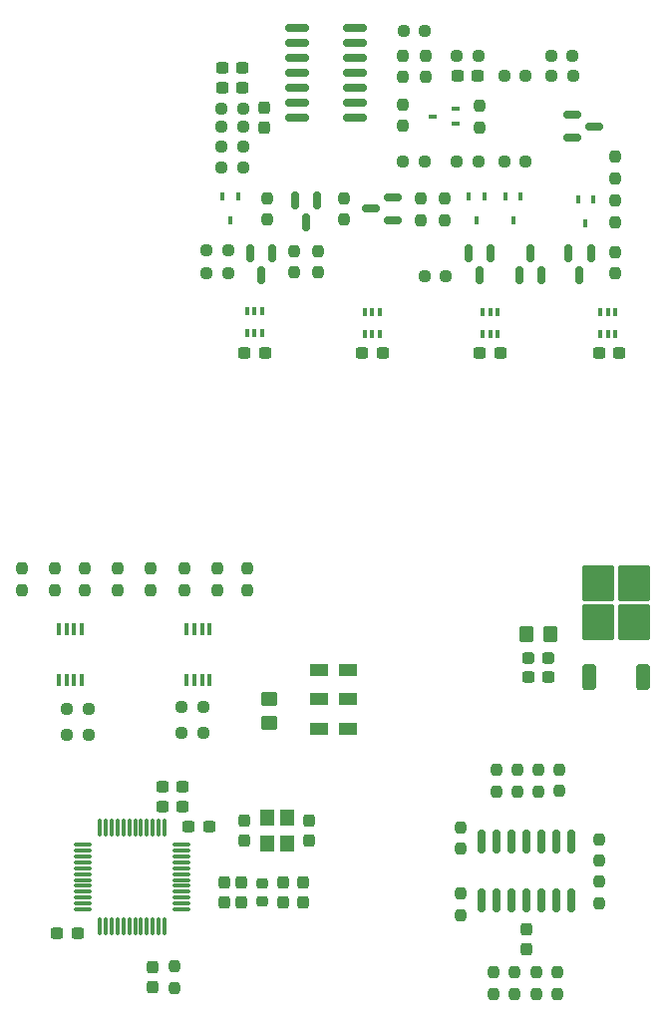
<source format=gbr>
%TF.GenerationSoftware,KiCad,Pcbnew,7.0.9*%
%TF.CreationDate,2024-06-29T17:01:07+12:00*%
%TF.ProjectId,ADSR Envelope,41445352-2045-46e7-9665-6c6f70652e6b,rev?*%
%TF.SameCoordinates,Original*%
%TF.FileFunction,Paste,Bot*%
%TF.FilePolarity,Positive*%
%FSLAX46Y46*%
G04 Gerber Fmt 4.6, Leading zero omitted, Abs format (unit mm)*
G04 Created by KiCad (PCBNEW 7.0.9) date 2024-06-29 17:01:07*
%MOMM*%
%LPD*%
G01*
G04 APERTURE LIST*
G04 Aperture macros list*
%AMRoundRect*
0 Rectangle with rounded corners*
0 $1 Rounding radius*
0 $2 $3 $4 $5 $6 $7 $8 $9 X,Y pos of 4 corners*
0 Add a 4 corners polygon primitive as box body*
4,1,4,$2,$3,$4,$5,$6,$7,$8,$9,$2,$3,0*
0 Add four circle primitives for the rounded corners*
1,1,$1+$1,$2,$3*
1,1,$1+$1,$4,$5*
1,1,$1+$1,$6,$7*
1,1,$1+$1,$8,$9*
0 Add four rect primitives between the rounded corners*
20,1,$1+$1,$2,$3,$4,$5,0*
20,1,$1+$1,$4,$5,$6,$7,0*
20,1,$1+$1,$6,$7,$8,$9,0*
20,1,$1+$1,$8,$9,$2,$3,0*%
G04 Aperture macros list end*
%ADD10R,1.600000X1.000000*%
%ADD11RoundRect,0.237500X0.237500X-0.250000X0.237500X0.250000X-0.237500X0.250000X-0.237500X-0.250000X0*%
%ADD12RoundRect,0.237500X0.250000X0.237500X-0.250000X0.237500X-0.250000X-0.237500X0.250000X-0.237500X0*%
%ADD13R,0.450000X0.700000*%
%ADD14RoundRect,0.237500X0.237500X-0.300000X0.237500X0.300000X-0.237500X0.300000X-0.237500X-0.300000X0*%
%ADD15R,0.400000X0.650000*%
%ADD16RoundRect,0.150000X0.587500X0.150000X-0.587500X0.150000X-0.587500X-0.150000X0.587500X-0.150000X0*%
%ADD17RoundRect,0.237500X-0.300000X-0.237500X0.300000X-0.237500X0.300000X0.237500X-0.300000X0.237500X0*%
%ADD18RoundRect,0.150000X0.150000X-0.587500X0.150000X0.587500X-0.150000X0.587500X-0.150000X-0.587500X0*%
%ADD19RoundRect,0.237500X-0.237500X0.250000X-0.237500X-0.250000X0.237500X-0.250000X0.237500X0.250000X0*%
%ADD20RoundRect,0.237500X-0.237500X0.300000X-0.237500X-0.300000X0.237500X-0.300000X0.237500X0.300000X0*%
%ADD21RoundRect,0.250000X0.350000X0.450000X-0.350000X0.450000X-0.350000X-0.450000X0.350000X-0.450000X0*%
%ADD22R,0.700000X0.450000*%
%ADD23R,0.400000X1.100000*%
%ADD24RoundRect,0.250000X-0.450000X0.350000X-0.450000X-0.350000X0.450000X-0.350000X0.450000X0.350000X0*%
%ADD25RoundRect,0.237500X-0.287500X-0.237500X0.287500X-0.237500X0.287500X0.237500X-0.287500X0.237500X0*%
%ADD26RoundRect,0.075000X0.662500X0.075000X-0.662500X0.075000X-0.662500X-0.075000X0.662500X-0.075000X0*%
%ADD27RoundRect,0.075000X0.075000X0.662500X-0.075000X0.662500X-0.075000X-0.662500X0.075000X-0.662500X0*%
%ADD28R,1.200000X1.400000*%
%ADD29RoundRect,0.150000X-0.150000X0.587500X-0.150000X-0.587500X0.150000X-0.587500X0.150000X0.587500X0*%
%ADD30RoundRect,0.237500X-0.250000X-0.237500X0.250000X-0.237500X0.250000X0.237500X-0.250000X0.237500X0*%
%ADD31RoundRect,0.218750X0.256250X-0.218750X0.256250X0.218750X-0.256250X0.218750X-0.256250X-0.218750X0*%
%ADD32RoundRect,0.237500X0.300000X0.237500X-0.300000X0.237500X-0.300000X-0.237500X0.300000X-0.237500X0*%
%ADD33RoundRect,0.150000X-0.587500X-0.150000X0.587500X-0.150000X0.587500X0.150000X-0.587500X0.150000X0*%
%ADD34RoundRect,0.150000X0.825000X0.150000X-0.825000X0.150000X-0.825000X-0.150000X0.825000X-0.150000X0*%
%ADD35RoundRect,0.250000X0.350000X-0.850000X0.350000X0.850000X-0.350000X0.850000X-0.350000X-0.850000X0*%
%ADD36RoundRect,0.250000X1.125000X-1.275000X1.125000X1.275000X-1.125000X1.275000X-1.125000X-1.275000X0*%
%ADD37RoundRect,0.150000X-0.150000X0.825000X-0.150000X-0.825000X0.150000X-0.825000X0.150000X0.825000X0*%
%ADD38RoundRect,0.237500X0.237500X-0.287500X0.237500X0.287500X-0.237500X0.287500X-0.237500X-0.287500X0*%
G04 APERTURE END LIST*
D10*
%TO.C,SW2*%
X136900000Y-104900000D03*
X136900000Y-107400000D03*
X136900000Y-109900000D03*
X139300000Y-104900000D03*
X139300000Y-107400000D03*
X139300000Y-109900000D03*
%TD*%
D11*
%TO.C,R34*%
X153700000Y-115225000D03*
X153700000Y-113400000D03*
%TD*%
D12*
%TO.C,R14*%
X129162500Y-69250000D03*
X127337500Y-69250000D03*
%TD*%
D13*
%TO.C,D2*%
X128700000Y-64750000D03*
X130000000Y-64750000D03*
X129350000Y-66750000D03*
%TD*%
D11*
%TO.C,R49*%
X111600000Y-98112500D03*
X111600000Y-96287500D03*
%TD*%
D13*
%TO.C,D4*%
X152700000Y-64750000D03*
X154000000Y-64750000D03*
X153350000Y-66750000D03*
%TD*%
D11*
%TO.C,R48*%
X114400000Y-98112500D03*
X114400000Y-96287500D03*
%TD*%
D14*
%TO.C,C14*%
X135550000Y-124662500D03*
X135550000Y-122937500D03*
%TD*%
D12*
%TO.C,R45*%
X117312500Y-108200000D03*
X115487500Y-108200000D03*
%TD*%
%TO.C,R28*%
X130412500Y-62250000D03*
X128587500Y-62250000D03*
%TD*%
D15*
%TO.C,U6*%
X132050000Y-76350000D03*
X131400000Y-76350000D03*
X130750000Y-76350000D03*
X130750000Y-74450000D03*
X131400000Y-74450000D03*
X132050000Y-74450000D03*
%TD*%
D11*
%TO.C,R6*%
X150500000Y-58832500D03*
X150500000Y-57007500D03*
%TD*%
D16*
%TO.C,Q4*%
X143125000Y-64800000D03*
X143125000Y-66700000D03*
X141250000Y-65750000D03*
%TD*%
D11*
%TO.C,R54*%
X125400000Y-98112500D03*
X125400000Y-96287500D03*
%TD*%
D17*
%TO.C,C12*%
X160637500Y-78000000D03*
X162362500Y-78000000D03*
%TD*%
D18*
%TO.C,Q7*%
X155750000Y-71437500D03*
X153850000Y-71437500D03*
X154800000Y-69562500D03*
%TD*%
D17*
%TO.C,C19*%
X140537500Y-78000000D03*
X142262500Y-78000000D03*
%TD*%
D19*
%TO.C,R33*%
X160700000Y-119287500D03*
X160700000Y-121112500D03*
%TD*%
D14*
%TO.C,C9*%
X130300000Y-124662500D03*
X130300000Y-122937500D03*
%TD*%
D15*
%TO.C,U7*%
X142050000Y-76400000D03*
X141400000Y-76400000D03*
X140750000Y-76400000D03*
X140750000Y-74500000D03*
X141400000Y-74500000D03*
X142050000Y-74500000D03*
%TD*%
D19*
%TO.C,R21*%
X136750000Y-69337500D03*
X136750000Y-71162500D03*
%TD*%
D12*
%TO.C,R25*%
X130412500Y-58750000D03*
X128587500Y-58750000D03*
%TD*%
D11*
%TO.C,R43*%
X124600000Y-131912500D03*
X124600000Y-130087500D03*
%TD*%
D19*
%TO.C,R19*%
X134750000Y-69337500D03*
X134750000Y-71162500D03*
%TD*%
D12*
%TO.C,R8*%
X154412500Y-54500000D03*
X152587500Y-54500000D03*
%TD*%
D20*
%TO.C,C15*%
X136050000Y-117687500D03*
X136050000Y-119412500D03*
%TD*%
D14*
%TO.C,C16*%
X130550000Y-119412500D03*
X130550000Y-117687500D03*
%TD*%
%TO.C,C10*%
X128800000Y-124662500D03*
X128800000Y-122937500D03*
%TD*%
D11*
%TO.C,R51*%
X117000000Y-98112500D03*
X117000000Y-96287500D03*
%TD*%
D21*
%TO.C,R29*%
X154500000Y-101900000D03*
X156500000Y-101900000D03*
%TD*%
D19*
%TO.C,R20*%
X139000000Y-64837500D03*
X139000000Y-66662500D03*
%TD*%
D22*
%TO.C,D1*%
X148500000Y-57270000D03*
X148500000Y-58570000D03*
X146500000Y-57920000D03*
%TD*%
D17*
%TO.C,C18*%
X130537500Y-78000000D03*
X132262500Y-78000000D03*
%TD*%
D23*
%TO.C,U9*%
X116725000Y-105750000D03*
X116075000Y-105750000D03*
X115425000Y-105750000D03*
X114775000Y-105750000D03*
X114775000Y-101450000D03*
X115425000Y-101450000D03*
X116075000Y-101450000D03*
X116725000Y-101450000D03*
%TD*%
D11*
%TO.C,R50*%
X119800000Y-98112500D03*
X119800000Y-96287500D03*
%TD*%
D12*
%TO.C,R47*%
X127012500Y-108100000D03*
X125187500Y-108100000D03*
%TD*%
D11*
%TO.C,R23*%
X162000000Y-66912500D03*
X162000000Y-65087500D03*
%TD*%
D23*
%TO.C,U10*%
X127575000Y-105750000D03*
X126925000Y-105750000D03*
X126275000Y-105750000D03*
X125625000Y-105750000D03*
X125625000Y-101450000D03*
X126275000Y-101450000D03*
X126925000Y-101450000D03*
X127575000Y-101450000D03*
%TD*%
D14*
%TO.C,C17*%
X154500000Y-128662500D03*
X154500000Y-126937500D03*
%TD*%
D24*
%TO.C,R30*%
X132600000Y-107400000D03*
X132600000Y-109400000D03*
%TD*%
D11*
%TO.C,R39*%
X148900000Y-125712500D03*
X148900000Y-123887500D03*
%TD*%
D25*
%TO.C,D6*%
X156375000Y-103900000D03*
X154625000Y-103900000D03*
%TD*%
D11*
%TO.C,R32*%
X157300000Y-115200000D03*
X157300000Y-113375000D03*
%TD*%
D19*
%TO.C,R38*%
X151700000Y-130600000D03*
X151700000Y-132425000D03*
%TD*%
D17*
%TO.C,C2*%
X128637500Y-55500000D03*
X130362500Y-55500000D03*
%TD*%
D12*
%TO.C,R12*%
X150412500Y-61750000D03*
X148587500Y-61750000D03*
%TD*%
D26*
%TO.C,U2*%
X125162500Y-119750000D03*
X125162500Y-120250000D03*
X125162500Y-120750000D03*
X125162500Y-121250000D03*
X125162500Y-121750000D03*
X125162500Y-122250000D03*
X125162500Y-122750000D03*
X125162500Y-123250000D03*
X125162500Y-123750000D03*
X125162500Y-124250000D03*
X125162500Y-124750000D03*
X125162500Y-125250000D03*
D27*
X123750000Y-126662500D03*
X123250000Y-126662500D03*
X122750000Y-126662500D03*
X122250000Y-126662500D03*
X121750000Y-126662500D03*
X121250000Y-126662500D03*
X120750000Y-126662500D03*
X120250000Y-126662500D03*
X119750000Y-126662500D03*
X119250000Y-126662500D03*
X118750000Y-126662500D03*
X118250000Y-126662500D03*
D26*
X116837500Y-125250000D03*
X116837500Y-124750000D03*
X116837500Y-124250000D03*
X116837500Y-123750000D03*
X116837500Y-123250000D03*
X116837500Y-122750000D03*
X116837500Y-122250000D03*
X116837500Y-121750000D03*
X116837500Y-121250000D03*
X116837500Y-120750000D03*
X116837500Y-120250000D03*
X116837500Y-119750000D03*
D27*
X118250000Y-118337500D03*
X118750000Y-118337500D03*
X119250000Y-118337500D03*
X119750000Y-118337500D03*
X120250000Y-118337500D03*
X120750000Y-118337500D03*
X121250000Y-118337500D03*
X121750000Y-118337500D03*
X122250000Y-118337500D03*
X122750000Y-118337500D03*
X123250000Y-118337500D03*
X123750000Y-118337500D03*
%TD*%
D14*
%TO.C,C3*%
X132250000Y-58862500D03*
X132250000Y-57137500D03*
%TD*%
D19*
%TO.C,R40*%
X155300000Y-130600000D03*
X155300000Y-132425000D03*
%TD*%
%TO.C,R36*%
X148900000Y-118287500D03*
X148900000Y-120112500D03*
%TD*%
D11*
%TO.C,R52*%
X130800000Y-98112500D03*
X130800000Y-96287500D03*
%TD*%
D19*
%TO.C,R2*%
X143950000Y-52757500D03*
X143950000Y-54582500D03*
%TD*%
D12*
%TO.C,R46*%
X127012500Y-110300000D03*
X125187500Y-110300000D03*
%TD*%
D28*
%TO.C,Y1*%
X134150000Y-117450000D03*
X134150000Y-119650000D03*
X132450000Y-119650000D03*
X132450000Y-117450000D03*
%TD*%
D11*
%TO.C,R55*%
X122600000Y-98112500D03*
X122600000Y-96287500D03*
%TD*%
D15*
%TO.C,U5*%
X162050000Y-76400000D03*
X161400000Y-76400000D03*
X160750000Y-76400000D03*
X160750000Y-74500000D03*
X161400000Y-74500000D03*
X162050000Y-74500000D03*
%TD*%
D29*
%TO.C,Q1*%
X158050000Y-69562500D03*
X159950000Y-69562500D03*
X159000000Y-71437500D03*
%TD*%
D30*
%TO.C,R22*%
X145837500Y-71500000D03*
X147662500Y-71500000D03*
%TD*%
D15*
%TO.C,U8*%
X152050000Y-76400000D03*
X151400000Y-76400000D03*
X150750000Y-76400000D03*
X150750000Y-74500000D03*
X151400000Y-74500000D03*
X152050000Y-74500000D03*
%TD*%
D31*
%TO.C,FB1*%
X132050000Y-124587500D03*
X132050000Y-123012500D03*
%TD*%
D32*
%TO.C,C7*%
X125262500Y-116500000D03*
X123537500Y-116500000D03*
%TD*%
D11*
%TO.C,R9*%
X143975000Y-58725000D03*
X143975000Y-56900000D03*
%TD*%
D19*
%TO.C,R17*%
X145500000Y-64875000D03*
X145500000Y-66700000D03*
%TD*%
D17*
%TO.C,C6*%
X125800000Y-118200000D03*
X127525000Y-118200000D03*
%TD*%
D11*
%TO.C,R42*%
X160700000Y-124712500D03*
X160700000Y-122887500D03*
%TD*%
D12*
%TO.C,R44*%
X117312500Y-110400000D03*
X115487500Y-110400000D03*
%TD*%
D13*
%TO.C,D5*%
X158850000Y-65000000D03*
X160150000Y-65000000D03*
X159500000Y-67000000D03*
%TD*%
D17*
%TO.C,C4*%
X128637500Y-53750000D03*
X130362500Y-53750000D03*
%TD*%
D32*
%TO.C,C8*%
X116362500Y-127300000D03*
X114637500Y-127300000D03*
%TD*%
%TO.C,C13*%
X154637500Y-105500000D03*
X156362500Y-105500000D03*
%TD*%
D33*
%TO.C,Q2*%
X158375000Y-59700000D03*
X158375000Y-57800000D03*
X160250000Y-58750000D03*
%TD*%
D17*
%TO.C,C20*%
X150537500Y-78000000D03*
X152262500Y-78000000D03*
%TD*%
D13*
%TO.C,D3*%
X149600000Y-64750000D03*
X150900000Y-64750000D03*
X150250000Y-66750000D03*
%TD*%
D34*
%TO.C,U1*%
X139950000Y-50400000D03*
X139950000Y-51670000D03*
X139950000Y-52940000D03*
X139950000Y-54210000D03*
X139950000Y-55480000D03*
X139950000Y-56750000D03*
X139950000Y-58020000D03*
X135000000Y-58020000D03*
X135000000Y-56750000D03*
X135000000Y-55480000D03*
X135000000Y-54210000D03*
X135000000Y-52940000D03*
X135000000Y-51670000D03*
X135000000Y-50400000D03*
%TD*%
D12*
%TO.C,R26*%
X130412500Y-57250000D03*
X128587500Y-57250000D03*
%TD*%
D19*
%TO.C,R24*%
X162000000Y-61337500D03*
X162000000Y-63162500D03*
%TD*%
%TO.C,R41*%
X157100000Y-130600000D03*
X157100000Y-132425000D03*
%TD*%
D12*
%TO.C,R13*%
X145812500Y-61750000D03*
X143987500Y-61750000D03*
%TD*%
%TO.C,R27*%
X130412500Y-60500000D03*
X128587500Y-60500000D03*
%TD*%
D29*
%TO.C,Q3*%
X131000000Y-69500000D03*
X132900000Y-69500000D03*
X131950000Y-71375000D03*
%TD*%
D11*
%TO.C,R31*%
X155500000Y-115225000D03*
X155500000Y-113400000D03*
%TD*%
D12*
%TO.C,R11*%
X154412500Y-61750000D03*
X152587500Y-61750000D03*
%TD*%
D29*
%TO.C,Q6*%
X149550000Y-69562500D03*
X151450000Y-69562500D03*
X150500000Y-71437500D03*
%TD*%
D30*
%TO.C,R1*%
X144037500Y-50670000D03*
X145862500Y-50670000D03*
%TD*%
D35*
%TO.C,U11*%
X159820000Y-105500000D03*
D36*
X163625000Y-97525000D03*
X160575000Y-97525000D03*
X163625000Y-100875000D03*
X160575000Y-100875000D03*
D35*
X164380000Y-105500000D03*
%TD*%
D37*
%TO.C,U4*%
X150690000Y-119525000D03*
X151960000Y-119525000D03*
X153230000Y-119525000D03*
X154500000Y-119525000D03*
X155770000Y-119525000D03*
X157040000Y-119525000D03*
X158310000Y-119525000D03*
X158310000Y-124475000D03*
X157040000Y-124475000D03*
X155770000Y-124475000D03*
X154500000Y-124475000D03*
X153230000Y-124475000D03*
X151960000Y-124475000D03*
X150690000Y-124475000D03*
%TD*%
D11*
%TO.C,R35*%
X151900000Y-115225000D03*
X151900000Y-113400000D03*
%TD*%
D29*
%TO.C,Q5*%
X134800000Y-65062500D03*
X136700000Y-65062500D03*
X135750000Y-66937500D03*
%TD*%
D32*
%TO.C,C5*%
X125275000Y-114800000D03*
X123550000Y-114800000D03*
%TD*%
D30*
%TO.C,R5*%
X148587500Y-52750000D03*
X150412500Y-52750000D03*
%TD*%
D11*
%TO.C,R53*%
X128200000Y-98112500D03*
X128200000Y-96287500D03*
%TD*%
D19*
%TO.C,R7*%
X162000000Y-69425000D03*
X162000000Y-71250000D03*
%TD*%
D20*
%TO.C,C11*%
X133800000Y-122937500D03*
X133800000Y-124662500D03*
%TD*%
D19*
%TO.C,R37*%
X153500000Y-130587500D03*
X153500000Y-132412500D03*
%TD*%
%TO.C,R15*%
X147500000Y-64887500D03*
X147500000Y-66712500D03*
%TD*%
%TO.C,R18*%
X132500000Y-64837500D03*
X132500000Y-66662500D03*
%TD*%
D30*
%TO.C,R10*%
X156600000Y-54500000D03*
X158425000Y-54500000D03*
%TD*%
%TO.C,R4*%
X156587500Y-52750000D03*
X158412500Y-52750000D03*
%TD*%
D11*
%TO.C,R3*%
X145950000Y-54582500D03*
X145950000Y-52757500D03*
%TD*%
D12*
%TO.C,R16*%
X129162500Y-71250000D03*
X127337500Y-71250000D03*
%TD*%
D38*
%TO.C,D7*%
X122700000Y-131875000D03*
X122700000Y-130125000D03*
%TD*%
D17*
%TO.C,C1*%
X148637500Y-54500000D03*
X150362500Y-54500000D03*
%TD*%
M02*

</source>
